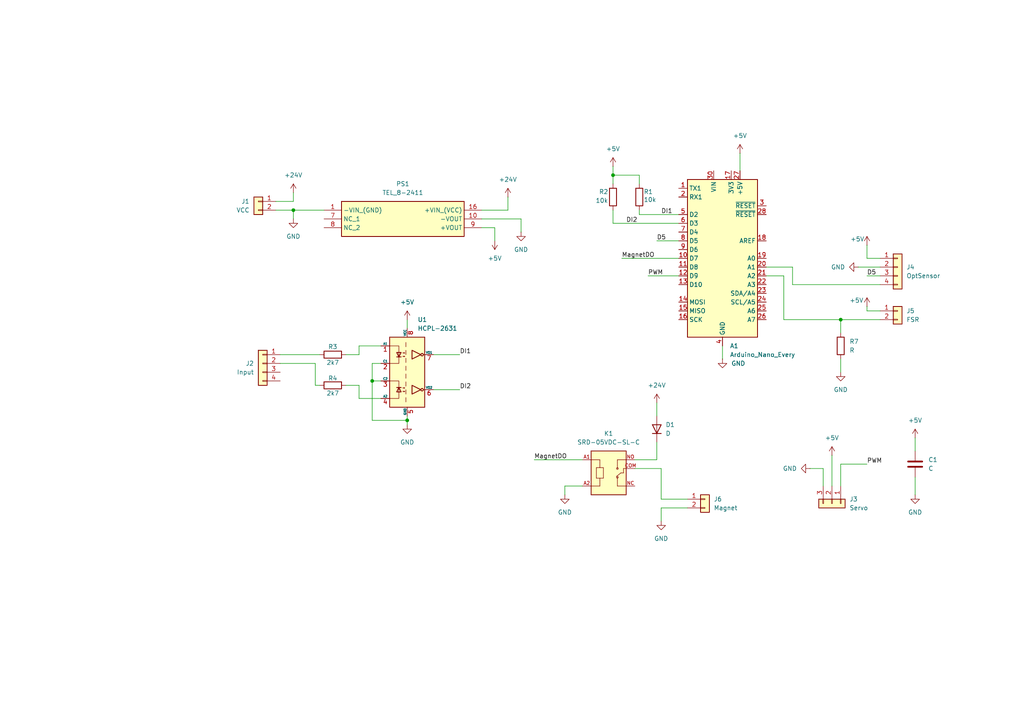
<source format=kicad_sch>
(kicad_sch (version 20250114) (generator "eeschema") (generator_version "9.0")
  (paper "A4")
  (title_block (title "PCB Gripper GOFA") (date "2025-04-13") (rev "V0") (company "UC3M") (comment 1 "edwinDOS"))
  (lib_symbols
    (symbol "Connector_Generic:Conn_01x02" (pin_names (offset 1.016) (hide yes))
      (property "Reference" "J" (at 0 2.54 0))
      (property "Value" "Conn_01x02" (at 0 -5.08 0))
      (symbol "Conn_01x02_1_1"
        (rectangle (start -1.27 1.27) (end 1.27 -3.81) (stroke (width 0.254)) (fill (type background)))
        (rectangle (start -1.27 0.127) (end 0 -0.127) (stroke (width 0.1524)))
        (rectangle (start -1.27 -2.413) (end 0 -2.667) (stroke (width 0.1524)))
        (pin passive line (at -5.08 0 0) (length 3.81) (name "Pin_1") (number "1"))
        (pin passive line (at -5.08 -2.54 0) (length 3.81) (name "Pin_2") (number "2"))
      )
    )
    (symbol "Connector_Generic:Conn_01x03" (pin_names (offset 1.016) (hide yes))
      (property "Reference" "J" (at 0 5.08 0))
      (property "Value" "Conn_01x03" (at 0 -5.08 0))
      (symbol "Conn_01x03_1_1"
        (rectangle (start -1.27 3.81) (end 1.27 -3.81) (stroke (width 0.254)) (fill (type background)))
        (rectangle (start -1.27 2.667) (end 0 2.413) (stroke (width 0.1524)))
        (rectangle (start -1.27 0.127) (end 0 -0.127) (stroke (width 0.1524)))
        (rectangle (start -1.27 -2.413) (end 0 -2.667) (stroke (width 0.1524)))
        (pin passive line (at -5.08 2.54 0) (length 3.81) (name "Pin_1") (number "1"))
        (pin passive line (at -5.08 0 0) (length 3.81) (name "Pin_2") (number "2"))
        (pin passive line (at -5.08 -2.54 0) (length 3.81) (name "Pin_3") (number "3"))
      )
    )
    (symbol "Connector_Generic:Conn_01x04" (pin_names (offset 1.016) (hide yes))
      (property "Reference" "J" (at 0 5.08 0))
      (property "Value" "Conn_01x04" (at 0 -7.62 0))
      (symbol "Conn_01x04_1_1"
        (rectangle (start -1.27 3.81) (end 1.27 -6.35) (stroke (width 0.254)) (fill (type background)))
        (rectangle (start -1.27 2.667) (end 0 2.413) (stroke (width 0.1524)))
        (rectangle (start -1.27 0.127) (end 0 -0.127) (stroke (width 0.1524)))
        (rectangle (start -1.27 -2.413) (end 0 -2.667) (stroke (width 0.1524)))
        (rectangle (start -1.27 -4.953) (end 0 -5.207) (stroke (width 0.1524)))
        (pin passive line (at -5.08 2.54 0) (length 3.81) (name "Pin_1") (number "1"))
        (pin passive line (at -5.08 0 0) (length 3.81) (name "Pin_2") (number "2"))
        (pin passive line (at -5.08 -2.54 0) (length 3.81) (name "Pin_3") (number "3"))
        (pin passive line (at -5.08 -5.08 0) (length 3.81) (name "Pin_4") (number "4"))
      )
    )
    (symbol "Device:C" (pin_numbers (hide yes)) (pin_names (offset 0.254))
      (property "Reference" "C" (at 0.635 2.54 0))
      (property "Value" "C" (at 0.635 -2.54 0))
      (symbol "C_0_1"
        (polyline (pts (xy -2.032 0.762) (xy 2.032 0.762)) (stroke (width 0.508)))
        (polyline (pts (xy -2.032 -0.762) (xy 2.032 -0.762)) (stroke (width 0.508)))
      )
      (symbol "C_1_1"
        (pin passive line (at 0 3.81 270) (length 2.794) (name "~") (number "1"))
        (pin passive line (at 0 -3.81 90) (length 2.794) (name "~") (number "2"))
      )
    )
    (symbol "Device:D" (pin_numbers (hide yes)) (pin_names (offset 1.016) (hide yes))
      (property "Reference" "D" (at 0 2.54 0))
      (property "Value" "D" (at 0 -2.54 0))
      (symbol "D_0_1"
        (polyline (pts (xy -1.27 1.27) (xy -1.27 -1.27)) (stroke (width 0.254)))
        (polyline (pts (xy 1.27 1.27) (xy 1.27 -1.27) (xy -1.27 0) (xy 1.27 1.27)) (stroke (width 0.254)))
        (polyline (pts (xy 1.27 0) (xy -1.27 0)))
      )
      (symbol "D_1_1"
        (pin passive line (at -3.81 0 0) (length 2.54) (name "K") (number "1"))
        (pin passive line (at 3.81 0 180) (length 2.54) (name "A") (number "2"))
      )
    )
    (symbol "Device:R" (pin_numbers (hide yes)) (pin_names (offset 0))
      (property "Reference" "R" (at 2.032 0 90))
      (property "Value" "R" (at 0 0 90))
      (symbol "R_0_1"
        (rectangle (start -1.016 -2.54) (end 1.016 2.54) (stroke (width 0.254)))
      )
      (symbol "R_1_1"
        (pin passive line (at 0 3.81 270) (length 1.27) (name "~") (number "1"))
        (pin passive line (at 0 -3.81 90) (length 1.27) (name "~") (number "2"))
      )
    )
    (symbol "Isolator:HCPL-2631" (pin_names (offset 0))
      (property "Reference" "U" (at -4.064 11.43 0))
      (property "Value" "HCPL-2631" (at 7.62 11.43 0))
      (symbol "HCPL-2631_1_1"
        (rectangle (start -5.08 10.16) (end 5.08 -10.16) (stroke (width 0.254)) (fill (type background)))
        (polyline (pts (xy -4.953 7.62) (xy -2.413 7.62) (xy -2.413 4.318)))
        (polyline (pts (xy -4.953 -7.62) (xy -2.413 -7.62) (xy -2.413 -5.715)))
        (polyline (pts (xy -3.048 4.445) (xy -1.778 4.445)) (stroke (width 0.254)))
        (polyline (pts (xy -3.048 -4.445) (xy -1.778 -4.445)) (stroke (width 0.254)))
        (polyline (pts (xy -2.413 4.445) (xy -2.413 2.54) (xy -4.953 2.54)))
        (polyline (pts (xy -2.413 4.445) (xy -3.048 5.715) (xy -1.778 5.715) (xy -2.413 4.445)) (stroke (width 0.254)))
        (polyline (pts (xy -2.413 -4.445) (xy -3.048 -5.715) (xy -1.778 -5.715) (xy -2.413 -4.445)) (stroke (width 0.254)))
        (polyline (pts (xy -2.413 -5.842) (xy -2.413 -2.54) (xy -4.953 -2.54)))
        (polyline (pts (xy -1.397 5.588) (xy -0.635 5.588) (xy -1.016 5.461) (xy -1.016 5.715) (xy -0.635 5.588)) (stroke (width 0.127)))
        (polyline (pts (xy -1.397 4.572) (xy -0.635 4.572) (xy -1.016 4.445) (xy -1.016 4.699) (xy -0.635 4.572)) (stroke (width 0.127)))
        (polyline (pts (xy -1.397 -4.572) (xy -0.635 -4.572) (xy -1.016 -4.699) (xy -1.016 -4.445) (xy -0.635 -4.572)) (stroke (width 0.127)))
        (polyline (pts (xy -1.397 -5.588) (xy -0.635 -5.588) (xy -1.016 -5.715) (xy -1.016 -5.461) (xy -0.635 -5.588)) (stroke (width 0.127)))
        (polyline (pts (xy -0.381 8.636) (xy -0.381 7.366)))
        (polyline (pts (xy -0.381 6.35) (xy -0.381 5.08)))
        (polyline (pts (xy -0.381 4.064) (xy -0.381 2.794)))
        (polyline (pts (xy -0.381 1.778) (xy -0.381 0.508)))
        (polyline (pts (xy -0.381 -0.508) (xy -0.381 -1.778)))
        (polyline (pts (xy -0.381 -2.794) (xy -0.381 -4.064)))
        (polyline (pts (xy -0.381 -5.08) (xy -0.381 -6.35)))
        (polyline (pts (xy -0.381 -7.366) (xy -0.381 -8.636)))
        (polyline (pts (xy 3.937 5.08) (xy 1.397 6.35) (xy 1.397 3.81) (xy 3.937 5.08)) (stroke (width 0.254)))
        (polyline (pts (xy 3.937 -5.08) (xy 1.397 -3.81) (xy 1.397 -6.35) (xy 3.937 -5.08)) (stroke (width 0.254)))
        (circle (center 4.318 5.08) (radius 0.3556) (stroke (width 0.254)))
        (circle (center 4.318 -5.08) (radius 0.3556) (stroke (width 0.254)))
        (polyline (pts (xy 4.699 5.08) (xy 5.08 5.08)))
        (polyline (pts (xy 4.699 -5.08) (xy 5.207 -5.08)))
        (pin passive line (at -7.62 7.62 0) (length 2.54) (name "A1") (number "1"))
        (pin passive line (at -7.62 2.54 0) (length 2.54) (name "C1") (number "2"))
        (pin passive line (at -7.62 -2.54 0) (length 2.54) (name "C2") (number "3"))
        (pin passive line (at -7.62 -7.62 0) (length 2.54) (name "A2") (number "4"))
        (pin power_in line (at 0 12.7 270) (length 2.54) (name "VCC") (number "8"))
        (pin power_in line (at 0 -12.7 90) (length 2.54) (name "GND") (number "5"))
        (pin open_collector line (at 7.62 5.08 180) (length 2.54) (name "VO1") (number "7"))
        (pin open_collector line (at 7.62 -5.08 180) (length 2.54) (name "VO2") (number "6"))
      )
    )
    (symbol "MCU_Module:Arduino_Nano_Every"
      (property "Reference" "A" (at -10.16 23.495 0))
      (property "Value" "Arduino_Nano_Every" (at 5.08 -24.13 0))
      (symbol "Arduino_Nano_Every_0_1"
        (rectangle (start -10.16 22.86) (end 10.16 -22.86) (stroke (width 0.254)) (fill (type background)))
      )
      (symbol "Arduino_Nano_Every_1_1"
        (pin bidirectional line (at -12.7 20.32 0) (length 2.54) (name "TX1") (number "1"))
        (pin bidirectional line (at -12.7 17.78 0) (length 2.54) (name "RX1") (number "2"))
        (pin bidirectional line (at -12.7 12.7 0) (length 2.54) (name "D2") (number "5"))
        (pin bidirectional line (at -12.7 10.16 0) (length 2.54) (name "D3") (number "6"))
        (pin bidirectional line (at -12.7 7.62 0) (length 2.54) (name "D4") (number "7"))
        (pin bidirectional line (at -12.7 5.08 0) (length 2.54) (name "D5") (number "8"))
        (pin bidirectional line (at -12.7 2.54 0) (length 2.54) (name "D6") (number "9"))
        (pin bidirectional line (at -12.7 0 0) (length 2.54) (name "D7") (number "10"))
        (pin bidirectional line (at -12.7 -2.54 0) (length 2.54) (name "D8") (number "11"))
        (pin bidirectional line (at -12.7 -5.08 0) (length 2.54) (name "D9") (number "12"))
        (pin bidirectional line (at -12.7 -7.62 0) (length 2.54) (name "D10") (number "13"))
        (pin bidirectional line (at -12.7 -12.7 0) (length 2.54) (name "MOSI") (number "14"))
        (pin bidirectional line (at -12.7 -15.24 0) (length 2.54) (name "MISO") (number "15"))
        (pin bidirectional line (at -12.7 -17.78 0) (length 2.54) (name "SCK") (number "16"))
        (pin power_in line (at -2.54 25.4 270) (length 2.54) (name "VIN") (number "30"))
        (pin passive line (at 0 -25.4 90) (length 2.54) (hide yes) (name "GND") (number "29"))
        (pin power_in line (at 0 -25.4 90) (length 2.54) (name "GND") (number "4"))
        (pin power_out line (at 2.54 25.4 270) (length 2.54) (name "3V3") (number "17"))
        (pin power_out line (at 5.08 25.4 270) (length 2.54) (name "+5V") (number "27"))
        (pin input line (at 12.7 15.24 180) (length 2.54) (name "~{RESET}") (number "3"))
        (pin input line (at 12.7 12.7 180) (length 2.54) (name "~{RESET}") (number "28"))
        (pin input line (at 12.7 5.08 180) (length 2.54) (name "AREF") (number "18"))
        (pin bidirectional line (at 12.7 0 180) (length 2.54) (name "A0") (number "19"))
        (pin bidirectional line (at 12.7 -2.54 180) (length 2.54) (name "A1") (number "20"))
        (pin bidirectional line (at 12.7 -5.08 180) (length 2.54) (name "A2") (number "21"))
        (pin bidirectional line (at 12.7 -7.62 180) (length 2.54) (name "A3") (number "22"))
        (pin bidirectional line (at 12.7 -10.16 180) (length 2.54) (name "SDA/A4") (number "23"))
        (pin bidirectional line (at 12.7 -12.7 180) (length 2.54) (name "SCL/A5") (number "24"))
        (pin bidirectional line (at 12.7 -15.24 180) (length 2.54) (name "A6") (number "25"))
        (pin bidirectional line (at 12.7 -17.78 180) (length 2.54) (name "A7") (number "26"))
      )
    )
    (symbol "SRD-05VDC-SL-C:SRD-05VDC-SL-C" (pin_names (offset 1.016))
      (property "Reference" "K" (at -5.0809 5.843 0))
      (property "Value" "SRD-05VDC-SL-C" (at -5.0832 -10.1664 0))
      (symbol "SRD-05VDC-SL-C_0_0"
        (polyline (pts (xy -5.08 2.54) (xy -2.54 2.54)) (stroke (width 0.1524)))
        (rectangle (start -5.08 -7.62) (end 5.08 5.08) (stroke (width 0.254)) (fill (type background)))
        (polyline (pts (xy -3.556 0.254) (xy -3.556 -2.794)) (stroke (width 0.1524)))
        (polyline (pts (xy -3.556 -2.794) (xy -2.54 -2.794)) (stroke (width 0.1524)))
        (polyline (pts (xy -2.54 2.54) (xy -2.54 0.254)) (stroke (width 0.1524)))
        (polyline (pts (xy -2.54 0.254) (xy -3.556 0.254)) (stroke (width 0.1524)))
        (polyline (pts (xy -2.54 -2.794) (xy -2.54 -5.08)) (stroke (width 0.1524)))
        (polyline (pts (xy -2.54 -2.794) (xy -1.524 -2.794)) (stroke (width 0.1524)))
        (polyline (pts (xy -2.54 -5.08) (xy -5.08 -5.08)) (stroke (width 0.1524)))
        (polyline (pts (xy -1.524 0.254) (xy -2.54 0.254)) (stroke (width 0.1524)))
        (polyline (pts (xy -1.524 -2.794) (xy -1.524 0.254)) (stroke (width 0.1524)))
        (polyline (pts (xy 2.54 2.54) (xy 2.54 0)) (stroke (width 0.1524)))
        (circle (center 2.54 0) (radius 0.254) (stroke (width 0.1524)))
        (polyline (pts (xy 2.54 -2.54) (xy 2.54 -5.08)) (stroke (width 0.1524)))
        (circle (center 2.54 -2.54) (radius 0.254) (stroke (width 0.1524)))
        (polyline (pts (xy 2.54 -5.08) (xy 5.08 -5.08)) (stroke (width 0.1524)))
        (polyline (pts (xy 3.556 -1.27) (xy 2.286 -2.286)) (stroke (width 0.1524)))
        (polyline (pts (xy 3.556 -1.27) (xy 4.318 -1.27)) (stroke (width 0.1524)))
        (polyline (pts (xy 4.318 0) (xy 5.08 0)) (stroke (width 0.1524)))
        (polyline (pts (xy 4.318 -1.27) (xy 4.318 0)) (stroke (width 0.1524)))
        (polyline (pts (xy 5.08 2.54) (xy 2.54 2.54)) (stroke (width 0.1524)))
        (pin passive line (at -7.62 2.54 0) (length 2.54) (name "~") (number "A1"))
        (pin passive line (at -7.62 -5.08 0) (length 2.54) (name "~") (number "A2"))
        (pin passive line (at 7.62 2.54 180) (length 2.54) (name "~") (number "NO"))
        (pin passive line (at 7.62 0 180) (length 2.54) (name "~") (number "COM"))
        (pin passive line (at 7.62 -5.08 180) (length 2.54) (name "~") (number "NC"))
      )
    )
    (symbol "TEL_8-2411 TRACO:TEL_8-2411"
      (property "Reference" "PS" (at 41.91 7.62 0))
      (property "Value" "TEL_8-2411" (at 41.91 5.08 0))
      (symbol "TEL_8-2411_1_1"
        (rectangle (start 5.08 2.54) (end 40.64 -7.62) (stroke (width 0.254)) (fill (type background)))
        (pin passive line (at 0 0 0) (length 5.08) (name "-VIN_(GND)") (number "1"))
        (pin passive line (at 0 -2.54 0) (length 5.08) (name "NC_1") (number "7"))
        (pin passive line (at 0 -5.08 0) (length 5.08) (name "NC_2") (number "8"))
        (pin passive line (at 45.72 0 180) (length 5.08) (name "+VIN_(VCC)") (number "16"))
        (pin passive line (at 45.72 -2.54 180) (length 5.08) (name "-VOUT") (number "10"))
        (pin passive line (at 45.72 -5.08 180) (length 5.08) (name "+VOUT") (number "9"))
      )
    )
    (symbol "power:+24V" (power) (pin_numbers (hide yes)) (pin_names (offset 0) (hide yes))
      (property "Value" "+24V" (at 0 3.556 0))
      (symbol "+24V_0_1"
        (polyline (pts (xy -0.762 1.27) (xy 0 2.54)))
        (polyline (pts (xy 0 2.54) (xy 0.762 1.27)))
        (polyline (pts (xy 0 0) (xy 0 2.54)))
      )
      (symbol "+24V_1_1"
        (pin power_in line (at 0 0 90) (length 0) (name "~") (number "1"))
      )
    )
    (symbol "power:+5V" (power) (pin_numbers (hide yes)) (pin_names (offset 0) (hide yes))
      (property "Value" "+5V" (at 0 3.556 0))
      (symbol "+5V_0_1"
        (polyline (pts (xy -0.762 1.27) (xy 0 2.54)))
        (polyline (pts (xy 0 2.54) (xy 0.762 1.27)))
        (polyline (pts (xy 0 0) (xy 0 2.54)))
      )
      (symbol "+5V_1_1"
        (pin power_in line (at 0 0 90) (length 0) (name "~") (number "1"))
      )
    )
    (symbol "power:GND" (power) (pin_numbers (hide yes)) (pin_names (offset 0) (hide yes))
      (property "Value" "GND" (at 0 -3.81 0))
      (symbol "GND_0_1"
        (polyline (pts (xy 0 0) (xy 0 -1.27) (xy 1.27 -1.27) (xy 0 -2.54) (xy -1.27 -1.27) (xy 0 -1.27)))
      )
      (symbol "GND_1_1"
        (pin power_in line (at 0 0 270) (length 0) (name "~") (number "1"))
      )
    )
  )
  (junction (at 107.95 110.49))
  (junction (at 177.8 50.8))
  (junction (at 243.84 92.71))
  (junction (at 118.11 121.92))
  (junction (at 85.09 60.96))
  (wire (pts (xy 100.33 102.87) (xy 104.14 102.87)))
  (wire (pts (xy 190.5 128.27) (xy 190.5 133.35)))
  (wire (pts (xy 251.46 88.9) (xy 251.46 90.17)))
  (wire (pts (xy 251.46 80.01) (xy 255.27 80.01)))
  (wire (pts (xy 104.14 111.76) (xy 104.14 115.57)))
  (wire (pts (xy 91.44 111.76) (xy 92.71 111.76)))
  (wire (pts (xy 191.77 144.78) (xy 199.39 144.78)))
  (wire (pts (xy 265.43 138.43) (xy 265.43 143.51)))
  (wire (pts (xy 222.25 80.01) (xy 227.33 80.01)))
  (wire (pts (xy 81.28 105.41) (xy 91.44 105.41)))
  (wire (pts (xy 85.09 60.96) (xy 93.98 60.96)))
  (wire (pts (xy 185.42 50.8) (xy 177.8 50.8)))
  (wire (pts (xy 214.63 44.45) (xy 214.63 49.53)))
  (wire (pts (xy 227.33 80.01) (xy 227.33 92.71)))
  (wire (pts (xy 80.01 58.42) (xy 85.09 58.42)))
  (wire (pts (xy 185.42 60.96) (xy 185.42 62.23)))
  (wire (pts (xy 265.43 127) (xy 265.43 130.81)))
  (wire (pts (xy 85.09 60.96) (xy 85.09 63.5)))
  (wire (pts (xy 185.42 53.34) (xy 185.42 50.8)))
  (wire (pts (xy 199.39 147.32) (xy 191.77 147.32)))
  (wire (pts (xy 118.11 121.92) (xy 118.11 123.19)))
  (wire (pts (xy 177.8 60.96) (xy 177.8 64.77)))
  (wire (pts (xy 243.84 140.97) (xy 243.84 134.62)))
  (wire (pts (xy 177.8 64.77) (xy 196.85 64.77)))
  (wire (pts (xy 139.7 66.04) (xy 143.51 66.04)))
  (wire (pts (xy 229.87 77.47) (xy 229.87 82.55)))
  (wire (pts (xy 190.5 116.84) (xy 190.5 120.65)))
  (wire (pts (xy 180.34 74.93) (xy 196.85 74.93)))
  (wire (pts (xy 151.13 63.5) (xy 151.13 67.31)))
  (wire (pts (xy 243.84 92.71) (xy 255.27 92.71)))
  (wire (pts (xy 222.25 77.47) (xy 229.87 77.47)))
  (wire (pts (xy 241.3 132.08) (xy 241.3 140.97)))
  (wire (pts (xy 100.33 111.76) (xy 104.14 111.76)))
  (wire (pts (xy 251.46 74.93) (xy 255.27 74.93)))
  (wire (pts (xy 184.15 135.89) (xy 191.77 135.89)))
  (wire (pts (xy 251.46 71.12) (xy 251.46 74.93)))
  (wire (pts (xy 163.83 140.97) (xy 163.83 143.51)))
  (wire (pts (xy 251.46 90.17) (xy 255.27 90.17)))
  (wire (pts (xy 177.8 48.26) (xy 177.8 50.8)))
  (wire (pts (xy 143.51 66.04) (xy 143.51 69.85)))
  (wire (pts (xy 104.14 102.87) (xy 104.14 100.33)))
  (wire (pts (xy 139.7 63.5) (xy 151.13 63.5)))
  (wire (pts (xy 177.8 50.8) (xy 177.8 53.34)))
  (wire (pts (xy 185.42 62.23) (xy 196.85 62.23)))
  (wire (pts (xy 248.92 77.47) (xy 255.27 77.47)))
  (wire (pts (xy 243.84 92.71) (xy 243.84 96.52)))
  (wire (pts (xy 234.95 135.89) (xy 238.76 135.89)))
  (wire (pts (xy 125.73 102.87) (xy 133.35 102.87)))
  (wire (pts (xy 107.95 110.49) (xy 107.95 121.92)))
  (wire (pts (xy 104.14 115.57) (xy 110.49 115.57)))
  (wire (pts (xy 107.95 105.41) (xy 107.95 110.49)))
  (wire (pts (xy 191.77 147.32) (xy 191.77 151.13)))
  (wire (pts (xy 118.11 92.71) (xy 118.11 95.25)))
  (wire (pts (xy 139.7 60.96) (xy 147.32 60.96)))
  (wire (pts (xy 85.09 58.42) (xy 85.09 55.88)))
  (wire (pts (xy 91.44 105.41) (xy 91.44 111.76)))
  (wire (pts (xy 80.01 60.96) (xy 85.09 60.96)))
  (wire (pts (xy 110.49 105.41) (xy 107.95 105.41)))
  (wire (pts (xy 190.5 133.35) (xy 184.15 133.35)))
  (wire (pts (xy 154.94 133.35) (xy 168.91 133.35)))
  (wire (pts (xy 209.55 100.33) (xy 209.55 104.14)))
  (wire (pts (xy 81.28 102.87) (xy 92.71 102.87)))
  (wire (pts (xy 190.5 69.85) (xy 196.85 69.85)))
  (wire (pts (xy 118.11 120.65) (xy 118.11 121.92)))
  (wire (pts (xy 147.32 60.96) (xy 147.32 57.15)))
  (wire (pts (xy 243.84 104.14) (xy 243.84 107.95)))
  (wire (pts (xy 168.91 140.97) (xy 163.83 140.97)))
  (wire (pts (xy 238.76 135.89) (xy 238.76 140.97)))
  (wire (pts (xy 243.84 134.62) (xy 251.46 134.62)))
  (wire (pts (xy 104.14 100.33) (xy 110.49 100.33)))
  (wire (pts (xy 107.95 110.49) (xy 110.49 110.49)))
  (wire (pts (xy 227.33 92.71) (xy 243.84 92.71)))
  (wire (pts (xy 107.95 121.92) (xy 118.11 121.92)))
  (wire (pts (xy 191.77 135.89) (xy 191.77 144.78)))
  (wire (pts (xy 125.73 113.03) (xy 133.35 113.03)))
  (wire (pts (xy 187.96 80.01) (xy 196.85 80.01)))
  (wire (pts (xy 229.87 82.55) (xy 255.27 82.55)))
  (label "PWM" (at 251.46 134.62 0))
  (label "DI2" (at 181.61 64.77 0))
  (label "D5" (at 251.46 80.01 0))
  (label "DI1" (at 191.77 62.23 0))
  (label "MagnetDO" (at 180.34 74.93 0))
  (label "D5" (at 190.5 69.85 0))
  (label "DI2" (at 133.35 113.03 0))
  (label "PWM" (at 187.96 80.01 0))
  (label "MagnetDO" (at 154.94 133.35 0))
  (label "DI1" (at 133.35 102.87 0))
  (symbol (lib_id "Connector_Generic:Conn_01x02") (at 204.47 144.78 0) (unit 1)
    (property "Reference" "J6" (at 207.01 144.7799 0) (effects (justify left)))
    (property "Value" "Magnet" (at 207.01 147.3199 0) (effects (justify left)))
    (property "Footprint" "Connector_PinSocket_2.54mm:PinSocket_1x02_P2.54mm_Vertical" (effects (hide yes)))
    (property "Description" "Generic connector, single row, 01x02, script generated (kicad-library-utils/schlib/autogen/connector/)" (effects (hide yes)))
  )
  (symbol (lib_id "power:GND") (at 265.43 143.51 0) (unit 1)
    (property "Reference" "#PWR08" (effects (hide yes)))
    (property "Value" "GND" (at 265.43 148.59 0))
    (property "Description" "Power symbol creates a global label with name \"GND\" , ground" (effects (hide yes)))
  )
  (symbol (lib_id "power:GND") (at 209.55 104.14 0) (unit 1)
    (property "Reference" "#PWR016" (effects (hide yes)))
    (property "Value" "GND" (at 212.09 105.4099 0) (effects (justify left)))
    (property "Description" "Power symbol creates a global label with name \"GND\" , ground" (effects (hide yes)))
  )
  (symbol (lib_id "power:GND") (at 191.77 151.13 0) (unit 1)
    (property "Reference" "#PWR021" (effects (hide yes)))
    (property "Value" "GND" (at 191.77 156.21 0))
    (property "Description" "Power symbol creates a global label with name \"GND\" , ground" (effects (hide yes)))
  )
  (symbol (lib_id "Device:R") (at 96.52 102.87 90) (unit 1)
    (property "Reference" "R3" (at 96.52 100.584 90))
    (property "Value" "2k7" (at 96.52 105.156 90))
    (property "Footprint" "Resistor_SMD:R_1210_3225Metric" (effects (hide yes)))
    (property "Description" "Resistor" (effects (hide yes)))
  )
  (symbol (lib_id "power:GND") (at 163.83 143.51 0) (unit 1)
    (property "Reference" "#PWR017" (effects (hide yes)))
    (property "Value" "GND" (at 163.83 148.59 0))
    (property "Description" "Power symbol creates a global label with name \"GND\" , ground" (effects (hide yes)))
  )
  (symbol (lib_id "power:+5V") (at 143.51 69.85 180) (unit 1)
    (property "Reference" "#PWR04" (effects (hide yes)))
    (property "Value" "+5V" (at 143.51 74.93 0))
    (property "Description" "Power symbol creates a global label with name \"+5V\"" (effects (hide yes)))
  )
  (symbol (lib_id "Device:R") (at 177.8 57.15 0) (unit 1)
    (property "Reference" "R2" (at 173.736 55.626 0) (effects (justify left)))
    (property "Value" "10k" (at 172.72 58.166 0) (effects (justify left)))
    (property "Footprint" "Resistor_SMD:R_1210_3225Metric" (effects (hide yes)))
    (property "Description" "Resistor" (effects (hide yes)))
  )
  (symbol (lib_id "power:+5V") (at 251.46 71.12 0) (unit 1)
    (property "Reference" "#PWR012" (effects (hide yes)))
    (property "Value" "+5V" (at 248.666 69.342 0))
    (property "Description" "Power symbol creates a global label with name \"+5V\"" (effects (hide yes)))
  )
  (symbol (lib_id "power:GND") (at 248.92 77.47 270) (unit 1)
    (property "Reference" "#PWR015" (effects (hide yes)))
    (property "Value" "GND" (at 245.11 77.4699 90) (effects (justify right)))
    (property "Description" "Power symbol creates a global label with name \"GND\" , ground" (effects (hide yes)))
  )
  (symbol (lib_id "Device:C") (at 265.43 134.62 0) (unit 1)
    (property "Reference" "C1" (at 269.24 133.3499 0) (effects (justify left)))
    (property "Value" "C" (at 269.24 135.8899 0) (effects (justify left)))
    (property "Footprint" "Capacitor_SMD:C_1210_3225Metric" (effects (hide yes)))
    (property "Description" "Unpolarized capacitor" (effects (hide yes)))
  )
  (symbol (lib_id "Device:R") (at 243.84 100.33 0) (unit 1)
    (property "Reference" "R7" (at 246.38 99.0599 0) (effects (justify left)))
    (property "Value" "R" (at 246.38 101.5999 0) (effects (justify left)))
    (property "Footprint" "Resistor_SMD:R_1210_3225Metric_Pad1.30x2.65mm_HandSolder" (effects (hide yes)))
    (property "Description" "Resistor" (effects (hide yes)))
  )
  (symbol (lib_id "MCU_Module:Arduino_Nano_Every") (at 209.55 74.93 0) (unit 1)
    (property "Reference" "A1" (at 211.6933 100.33 0) (effects (justify left)))
    (property "Value" "Arduino_Nano_Every" (at 211.6933 102.87 0) (effects (justify left)))
    (property "Footprint" "Module:Arduino_Nano" (effects (hide yes)))
    (property "Datasheet" "https://content.arduino.cc/assets/NANOEveryV3.0_sch.pdf" (effects (hide yes)))
    (property "Description" "Arduino Nano Every" (effects (hide yes)))
  )
  (symbol (lib_id "power:+5V") (at 251.46 88.9 0) (unit 1)
    (property "Reference" "#PWR019" (effects (hide yes)))
    (property "Value" "+5V" (at 248.412 87.122 0))
    (property "Description" "Power symbol creates a global label with name \"+5V\"" (effects (hide yes)))
  )
  (symbol (lib_id "power:GND") (at 243.84 107.95 0) (unit 1)
    (property "Reference" "#PWR020" (effects (hide yes)))
    (property "Value" "GND" (at 243.84 113.03 0))
    (property "Description" "Power symbol creates a global label with name \"GND\" , ground" (effects (hide yes)))
  )
  (symbol (lib_id "power:+24V") (at 147.32 57.15 0) (unit 1)
    (property "Reference" "#PWR02" (effects (hide yes)))
    (property "Value" "+24V" (at 147.32 52.07 0))
    (property "Description" "Power symbol creates a global label with name \"+24V\"" (effects (hide yes)))
  )
  (symbol (lib_id "power:GND") (at 85.09 63.5 0) (unit 1)
    (property "Reference" "#PWR011" (effects (hide yes)))
    (property "Value" "GND" (at 85.09 68.58 0))
    (property "Description" "Power symbol creates a global label with name \"GND\" , ground" (effects (hide yes)))
  )
  (symbol (lib_id "Connector_Generic:Conn_01x03") (at 241.3 146.05 270) (unit 1)
    (property "Reference" "J3" (at 246.38 144.7799 90) (effects (justify left)))
    (property "Value" "Servo" (at 246.38 147.3199 90) (effects (justify left)))
    (property "Footprint" "Connector_PinSocket_2.54mm:PinSocket_1x03_P2.54mm_Horizontal" (effects (hide yes)))
    (property "Description" "Generic connector, single row, 01x03, script generated (kicad-library-utils/schlib/autogen/connector/)" (effects (hide yes)))
  )
  (symbol (lib_id "Device:R") (at 96.52 111.76 90) (unit 1)
    (property "Reference" "R4" (at 96.52 109.728 90))
    (property "Value" "2k7" (at 96.52 114.046 90))
    (property "Footprint" "Resistor_SMD:R_1210_3225Metric" (effects (hide yes)))
    (property "Description" "Resistor" (effects (hide yes)))
  )
  (symbol (lib_id "Connector_Generic:Conn_01x04") (at 76.2 105.41 0) (mirror y) (unit 1)
    (property "Reference" "J2" (at 73.66 105.4099 0) (effects (justify left)))
    (property "Value" "Input" (at 73.66 107.9499 0) (effects (justify left)))
    (property "Footprint" "Connector_PinHeader_2.54mm:PinHeader_1x04_P2.54mm_Vertical" (effects (hide yes)))
    (property "Description" "Generic connector, single row, 01x04, script generated (kicad-library-utils/schlib/autogen/connector/)" (effects (hide yes)))
  )
  (symbol (lib_id "power:GND") (at 234.95 135.89 270) (unit 1)
    (property "Reference" "#PWR09" (effects (hide yes)))
    (property "Value" "GND" (at 231.14 135.8899 90) (effects (justify right)))
    (property "Description" "Power symbol creates a global label with name \"GND\" , ground" (effects (hide yes)))
  )
  (symbol (lib_id "power:GND") (at 151.13 67.31 0) (unit 1)
    (property "Reference" "#PWR01" (effects (hide yes)))
    (property "Value" "GND" (at 151.13 72.39 0))
    (property "Description" "Power symbol creates a global label with name \"GND\" , ground" (effects (hide yes)))
  )
  (symbol (lib_id "Connector_Generic:Conn_01x02") (at 260.35 90.17 0) (unit 1)
    (property "Reference" "J5" (at 262.89 90.1699 0) (effects (justify left)))
    (property "Value" "FSR" (at 262.89 92.7099 0) (effects (justify left)))
    (property "Footprint" "Connector_PinSocket_2.54mm:PinSocket_1x02_P2.54mm_Vertical" (effects (hide yes)))
    (property "Description" "Generic connector, single row, 01x02, script generated (kicad-library-utils/schlib/autogen/connector/)" (effects (hide yes)))
  )
  (symbol (lib_id "power:+24V") (at 85.09 55.88 0) (unit 1)
    (property "Reference" "#PWR03" (effects (hide yes)))
    (property "Value" "+24V" (at 85.09 50.8 0))
    (property "Description" "Power symbol creates a global label with name \"+24V\"" (effects (hide yes)))
  )
  (symbol (lib_id "SRD-05VDC-SL-C:SRD-05VDC-SL-C") (at 176.53 135.89 0) (unit 1)
    (property "Reference" "K1" (at 176.53 125.73 0))
    (property "Value" "SRD-05VDC-SL-C" (at 176.53 128.27 0))
    (property "Footprint" "Relay_THT:RELAY_SRD-05VDC-SL-C" (effects (hide yes)))
    (property "MF" "Songle Relay" (effects (hide yes)))
    (property "Description_1" "5V Trigger Relay Module For Arduino And Raspberry Pi 5V Trigger Relay Module For Arduino And Raspberry Pi" (effects (hide yes)))
    (property "Package" "NON STANDARD-5 Songle Relay" (effects (hide yes)))
    (property "Price" "None" (effects (hide yes)))
    (property "Check_prices" "https://www.snapeda.com/parts/SRD-05VDC-SL-C/Songle+Relay/view-part/?ref=eda" (effects (hide yes)))
    (property "STANDARD" "IPC-7251" (effects (hide yes)))
    (property "SnapEDA_Link" "https://www.snapeda.com/parts/SRD-05VDC-SL-C/Songle+Relay/view-part/?ref=snap" (effects (hide yes)))
    (property "MP" "SRD-05VDC-SL-C" (effects (hide yes)))
    (property "Availability" "In Stock" (effects (hide yes)))
    (property "MANUFACTURER" "SONGLE RELAY" (effects (hide yes)))
  )
  (symbol (lib_id "power:+5V") (at 265.43 127 0) (unit 1)
    (property "Reference" "#PWR07" (effects (hide yes)))
    (property "Value" "+5V" (at 265.43 121.92 0))
    (property "Description" "Power symbol creates a global label with name \"+5V\"" (effects (hide yes)))
  )
  (symbol (lib_id "power:GND") (at 118.11 123.19 0) (unit 1)
    (property "Reference" "#PWR010" (effects (hide yes)))
    (property "Value" "GND" (at 118.11 128.27 0))
    (property "Description" "Power symbol creates a global label with name \"GND\" , ground" (effects (hide yes)))
  )
  (symbol (lib_id "power:+5V") (at 177.8 48.26 0) (unit 1)
    (property "Reference" "#PWR014" (effects (hide yes)))
    (property "Value" "+5V" (at 177.8 43.18 0))
    (property "Description" "Power symbol creates a global label with name \"+5V\"" (effects (hide yes)))
  )
  (symbol (lib_id "power:+5V") (at 241.3 132.08 0) (unit 1)
    (property "Reference" "#PWR06" (effects (hide yes)))
    (property "Value" "+5V" (at 241.3 127 0))
    (property "Description" "Power symbol creates a global label with name \"+5V\"" (effects (hide yes)))
  )
  (symbol (lib_id "Connector_Generic:Conn_01x04") (at 260.35 77.47 0) (unit 1)
    (property "Reference" "J4" (at 262.89 77.4699 0) (effects (justify left)))
    (property "Value" "OptSensor" (at 262.89 80.0099 0) (effects (justify left)))
    (property "Footprint" "Connector_PinHeader_2.54mm:PinHeader_1x04_P2.54mm_Vertical" (effects (hide yes)))
    (property "Description" "Generic connector, single row, 01x04, script generated (kicad-library-utils/schlib/autogen/connector/)" (effects (hide yes)))
  )
  (symbol (lib_id "power:+5V") (at 214.63 44.45 0) (unit 1)
    (property "Reference" "#PWR05" (effects (hide yes)))
    (property "Value" "+5V" (at 214.63 39.37 0))
    (property "Description" "Power symbol creates a global label with name \"+5V\"" (effects (hide yes)))
  )
  (symbol (lib_id "Connector_Generic:Conn_01x02") (at 74.93 58.42 0) (mirror y) (unit 1)
    (property "Reference" "J1" (at 72.39 58.4199 0) (effects (justify left)))
    (property "Value" "VCC" (at 72.39 60.9599 0) (effects (justify left)))
    (property "Footprint" "Connector_PinSocket_2.54mm:PinSocket_1x02_P2.54mm_Vertical" (effects (hide yes)))
    (property "Description" "Generic connector, single row, 01x02, script generated (kicad-library-utils/schlib/autogen/connector/)" (effects (hide yes)))
  )
  (symbol (lib_id "power:+5V") (at 118.11 92.71 0) (unit 1)
    (property "Reference" "#PWR013" (effects (hide yes)))
    (property "Value" "+5V" (at 118.11 87.63 0))
    (property "Description" "Power symbol creates a global label with name \"+5V\"" (effects (hide yes)))
  )
  (symbol (lib_id "Device:D") (at 190.5 124.46 90) (unit 1)
    (property "Reference" "D1" (at 193.04 123.1899 90) (effects (justify right)))
    (property "Value" "D" (at 193.04 125.7299 90) (effects (justify right)))
    (property "Description" "Diode" (effects (hide yes)))
    (property "Sim.Device" "D" (effects (hide yes)))
    (property "Sim.Pins" "1=K 2=A" (effects (hide yes)))
  )
  (symbol (lib_id "power:+24V") (at 190.5 116.84 0) (unit 1)
    (property "Reference" "#PWR018" (effects (hide yes)))
    (property "Value" "+24V" (at 190.5 111.76 0))
    (property "Description" "Power symbol creates a global label with name \"+24V\"" (effects (hide yes)))
  )
  (symbol (lib_id "Isolator:HCPL-2631") (at 118.11 107.95 0) (unit 1)
    (property "Reference" "U1" (at 121.1265 92.71 0) (effects (justify left)))
    (property "Value" "HCPL-2631" (at 121.1265 95.25 0) (effects (justify left)))
    (property "Footprint" "Package_DIP:DIP-8_W7.62mm" (effects (hide yes)))
    (property "Datasheet" "https://docs.broadcom.com/docs/AV02-0940EN" (effects (hide yes)))
    (property "Description" "Dual High Speed LSTTL/TTL Compatible Optocoupler, dV/dt 10000/us, VCM 1000, max 7V VCC, DIP-8" (effects (hide yes)))
  )
  (symbol (lib_id "TEL_8-2411 TRACO:TEL_8-2411") (at 93.98 60.96 0) (unit 1)
    (property "Reference" "PS1" (at 116.84 53.34 0))
    (property "Value" "TEL_8-2411" (at 116.84 55.88 0))
    (property "Footprint" "TestPoint:TEL82411" (effects (hide yes)))
    (property "Datasheet" "https://tracopower.com/tel8-datasheet/" (effects (hide yes)))
    (property "Description" "8 Watt DC/DC converter, industrial, 2:1 input, high power density, 6-side shielded, encapsulated, DIP-16" (effects (hide yes)))
    (property "Height" "9" (effects (hide yes)))
    (property "Manufacturer_Name" "Traco Power" (effects (hide yes)))
    (property "Manufacturer_Part_Number" "TEL 8-2411" (effects (hide yes)))
    (property "Mouser Part Number" "495-TEL8-2411" (effects (hide yes)))
    (property "Mouser Price/Stock" "https://www.mouser.co.uk/ProductDetail/TRACO-Power/TEL-8-2411?qs=NtE2QagKf6SGNBWFwJ0msw%3D%3D" (effects (hide yes)))
  )
  (symbol (lib_id "Device:R") (at 185.42 57.15 0) (unit 1)
    (property "Reference" "R1" (at 186.69 55.626 0) (effects (justify left)))
    (property "Value" "10k" (at 186.69 57.912 0) (effects (justify left)))
    (property "Footprint" "Resistor_SMD:R_1210_3225Metric" (effects (hide yes)))
    (property "Description" "Resistor" (effects (hide yes)))
  )
)
</source>
